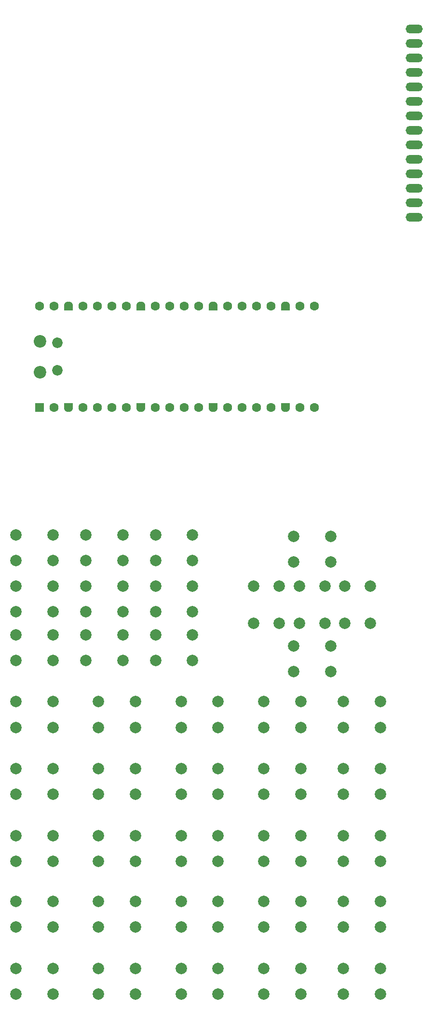
<source format=gbs>
G04 #@! TF.GenerationSoftware,KiCad,Pcbnew,9.0.3-9.0.3-0~ubuntu24.04.1*
G04 #@! TF.CreationDate,2025-09-17T21:15:32+02:00*
G04 #@! TF.ProjectId,PCB_ SEPARATED,5043425f-2053-4455-9041-52415445442e,rev?*
G04 #@! TF.SameCoordinates,Original*
G04 #@! TF.FileFunction,Soldermask,Bot*
G04 #@! TF.FilePolarity,Negative*
%FSLAX46Y46*%
G04 Gerber Fmt 4.6, Leading zero omitted, Abs format (unit mm)*
G04 Created by KiCad (PCBNEW 9.0.3-9.0.3-0~ubuntu24.04.1) date 2025-09-17 21:15:32*
%MOMM*%
%LPD*%
G01*
G04 APERTURE LIST*
G04 Aperture macros list*
%AMRoundRect*
0 Rectangle with rounded corners*
0 $1 Rounding radius*
0 $2 $3 $4 $5 $6 $7 $8 $9 X,Y pos of 4 corners*
0 Add a 4 corners polygon primitive as box body*
4,1,4,$2,$3,$4,$5,$6,$7,$8,$9,$2,$3,0*
0 Add four circle primitives for the rounded corners*
1,1,$1+$1,$2,$3*
1,1,$1+$1,$4,$5*
1,1,$1+$1,$6,$7*
1,1,$1+$1,$8,$9*
0 Add four rect primitives between the rounded corners*
20,1,$1+$1,$2,$3,$4,$5,0*
20,1,$1+$1,$4,$5,$6,$7,0*
20,1,$1+$1,$6,$7,$8,$9,0*
20,1,$1+$1,$8,$9,$2,$3,0*%
%AMFreePoly0*
4,1,37,0.603843,0.796157,0.639018,0.796157,0.711114,0.766294,0.766294,0.711114,0.796157,0.639018,0.796157,0.603843,0.800000,0.600000,0.800000,-0.600000,0.796157,-0.603843,0.796157,-0.639018,0.766294,-0.711114,0.711114,-0.766294,0.639018,-0.796157,0.603843,-0.796157,0.600000,-0.800000,0.000000,-0.800000,0.000000,-0.796148,-0.078414,-0.796148,-0.232228,-0.765552,-0.377117,-0.705537,
-0.507515,-0.618408,-0.618408,-0.507515,-0.705537,-0.377117,-0.765552,-0.232228,-0.796148,-0.078414,-0.796148,0.078414,-0.765552,0.232228,-0.705537,0.377117,-0.618408,0.507515,-0.507515,0.618408,-0.377117,0.705537,-0.232228,0.765552,-0.078414,0.796148,0.000000,0.796148,0.000000,0.800000,0.600000,0.800000,0.603843,0.796157,0.603843,0.796157,$1*%
%AMFreePoly1*
4,1,37,0.000000,0.796148,0.078414,0.796148,0.232228,0.765552,0.377117,0.705537,0.507515,0.618408,0.618408,0.507515,0.705537,0.377117,0.765552,0.232228,0.796148,0.078414,0.796148,-0.078414,0.765552,-0.232228,0.705537,-0.377117,0.618408,-0.507515,0.507515,-0.618408,0.377117,-0.705537,0.232228,-0.765552,0.078414,-0.796148,0.000000,-0.796148,0.000000,-0.800000,-0.600000,-0.800000,
-0.603843,-0.796157,-0.639018,-0.796157,-0.711114,-0.766294,-0.766294,-0.711114,-0.796157,-0.639018,-0.796157,-0.603843,-0.800000,-0.600000,-0.800000,0.600000,-0.796157,0.603843,-0.796157,0.639018,-0.766294,0.711114,-0.711114,0.766294,-0.639018,0.796157,-0.603843,0.796157,-0.600000,0.800000,0.000000,0.800000,0.000000,0.796148,0.000000,0.796148,$1*%
G04 Aperture macros list end*
%ADD10C,2.000000*%
%ADD11C,2.200000*%
%ADD12C,1.850000*%
%ADD13RoundRect,0.200000X0.600000X-0.600000X0.600000X0.600000X-0.600000X0.600000X-0.600000X-0.600000X0*%
%ADD14C,1.600000*%
%ADD15FreePoly0,90.000000*%
%ADD16FreePoly1,90.000000*%
%ADD17O,3.000000X1.500000*%
G04 APERTURE END LIST*
D10*
G04 #@! TO.C,SW39*
X114710000Y-180500000D03*
X121210000Y-180500000D03*
X114710000Y-185000000D03*
X121210000Y-185000000D03*
G04 #@! TD*
G04 #@! TO.C,SW30*
X100710000Y-169000000D03*
X107210000Y-169000000D03*
X100710000Y-173500000D03*
X107210000Y-173500000D03*
G04 #@! TD*
G04 #@! TO.C,SW4*
X57210000Y-145500000D03*
X63710000Y-145500000D03*
X57210000Y-150000000D03*
X63710000Y-150000000D03*
G04 #@! TD*
G04 #@! TO.C,SW26*
X98960000Y-131750000D03*
X98960000Y-125250000D03*
X103460000Y-131750000D03*
X103460000Y-125250000D03*
G04 #@! TD*
G04 #@! TO.C,SW25*
X105960000Y-116500000D03*
X112460000Y-116500000D03*
X105960000Y-121000000D03*
X112460000Y-121000000D03*
G04 #@! TD*
G04 #@! TO.C,SW28*
X100710000Y-145500000D03*
X107210000Y-145500000D03*
X100710000Y-150000000D03*
X107210000Y-150000000D03*
G04 #@! TD*
G04 #@! TO.C,SW11*
X69460000Y-133750000D03*
X75960000Y-133750000D03*
X69460000Y-138250000D03*
X75960000Y-138250000D03*
G04 #@! TD*
G04 #@! TO.C,SW5*
X57210000Y-157250000D03*
X63710000Y-157250000D03*
X57210000Y-161750000D03*
X63710000Y-161750000D03*
G04 #@! TD*
G04 #@! TO.C,SW15*
X71710000Y-180500000D03*
X78210000Y-180500000D03*
X71710000Y-185000000D03*
X78210000Y-185000000D03*
G04 #@! TD*
G04 #@! TO.C,SW23*
X86210000Y-180500000D03*
X92710000Y-180500000D03*
X86210000Y-185000000D03*
X92710000Y-185000000D03*
G04 #@! TD*
G04 #@! TO.C,SW8*
X57210000Y-192250000D03*
X63710000Y-192250000D03*
X57210000Y-196750000D03*
X63710000Y-196750000D03*
G04 #@! TD*
G04 #@! TO.C,SW20*
X86210000Y-145500000D03*
X92710000Y-145500000D03*
X86210000Y-150000000D03*
X92710000Y-150000000D03*
G04 #@! TD*
G04 #@! TO.C,SW18*
X81710000Y-125250000D03*
X88210000Y-125250000D03*
X81710000Y-129750000D03*
X88210000Y-129750000D03*
G04 #@! TD*
G04 #@! TO.C,SW13*
X71710000Y-157250000D03*
X78210000Y-157250000D03*
X71710000Y-161750000D03*
X78210000Y-161750000D03*
G04 #@! TD*
G04 #@! TO.C,SW21*
X86210000Y-157250000D03*
X92710000Y-157250000D03*
X86210000Y-161750000D03*
X92710000Y-161750000D03*
G04 #@! TD*
G04 #@! TO.C,SW24*
X86210000Y-192250000D03*
X92710000Y-192250000D03*
X86210000Y-196750000D03*
X92710000Y-196750000D03*
G04 #@! TD*
G04 #@! TO.C,SW32*
X100710000Y-192250000D03*
X107210000Y-192250000D03*
X100710000Y-196750000D03*
X107210000Y-196750000D03*
G04 #@! TD*
G04 #@! TO.C,SW1*
X57210000Y-116250000D03*
X63710000Y-116250000D03*
X57210000Y-120750000D03*
X63710000Y-120750000D03*
G04 #@! TD*
G04 #@! TO.C,SW31*
X100710000Y-180500000D03*
X107210000Y-180500000D03*
X100710000Y-185000000D03*
X107210000Y-185000000D03*
G04 #@! TD*
G04 #@! TO.C,SW40*
X114710000Y-192250000D03*
X121210000Y-192250000D03*
X114710000Y-196750000D03*
X121210000Y-196750000D03*
G04 #@! TD*
G04 #@! TO.C,SW9*
X69460000Y-116250000D03*
X75960000Y-116250000D03*
X69460000Y-120750000D03*
X75960000Y-120750000D03*
G04 #@! TD*
G04 #@! TO.C,SW34*
X111460000Y-125250000D03*
X111460000Y-131750000D03*
X106960000Y-125250000D03*
X106960000Y-131750000D03*
G04 #@! TD*
D11*
G04 #@! TO.C,A1*
X61460000Y-87725000D03*
D12*
X64490000Y-87425000D03*
X64490000Y-82575000D03*
D11*
X61460000Y-82275000D03*
D13*
X61330000Y-93890000D03*
D14*
X63870000Y-93890000D03*
D15*
X66410000Y-93890000D03*
D14*
X68950000Y-93890000D03*
X71490000Y-93890000D03*
X74030000Y-93890000D03*
X76570000Y-93890000D03*
D15*
X79110000Y-93890000D03*
D14*
X81650000Y-93890000D03*
X84190000Y-93890000D03*
X86730000Y-93890000D03*
X89270000Y-93890000D03*
D15*
X91810000Y-93890000D03*
D14*
X94350000Y-93890000D03*
X96890000Y-93890000D03*
X99430000Y-93890000D03*
X101970000Y-93890000D03*
D15*
X104510000Y-93890000D03*
D14*
X107050000Y-93890000D03*
X109590000Y-93890000D03*
X109590000Y-76110000D03*
X107050000Y-76110000D03*
D16*
X104510000Y-76110000D03*
D14*
X101970000Y-76110000D03*
X99430000Y-76110000D03*
X96890000Y-76110000D03*
X94350000Y-76110000D03*
D16*
X91810000Y-76110000D03*
D14*
X89270000Y-76110000D03*
X86730000Y-76110000D03*
X84190000Y-76110000D03*
X81650000Y-76110000D03*
D16*
X79110000Y-76110000D03*
D14*
X76570000Y-76110000D03*
X74030000Y-76110000D03*
X71490000Y-76110000D03*
X68950000Y-76110000D03*
D16*
X66410000Y-76110000D03*
D14*
X63870000Y-76110000D03*
X61330000Y-76110000D03*
G04 #@! TD*
D10*
G04 #@! TO.C,SW27*
X105960000Y-135750000D03*
X112460000Y-135750000D03*
X105960000Y-140250000D03*
X112460000Y-140250000D03*
G04 #@! TD*
D17*
G04 #@! TO.C,U5*
X127100000Y-60510000D03*
X127100000Y-57970000D03*
X127100000Y-55430000D03*
X127100000Y-52890000D03*
X127100000Y-50350000D03*
X127100000Y-47810000D03*
X127100000Y-45270000D03*
X127100000Y-42730000D03*
X127100000Y-40190000D03*
X127100000Y-37650000D03*
X127100000Y-35110000D03*
X127100000Y-32570000D03*
X127100000Y-30030000D03*
X127100000Y-27490000D03*
G04 #@! TD*
D10*
G04 #@! TO.C,SW16*
X71710000Y-192250000D03*
X78210000Y-192250000D03*
X71710000Y-196750000D03*
X78210000Y-196750000D03*
G04 #@! TD*
G04 #@! TO.C,SW17*
X81710000Y-116250000D03*
X88210000Y-116250000D03*
X81710000Y-120750000D03*
X88210000Y-120750000D03*
G04 #@! TD*
G04 #@! TO.C,SW38*
X114710000Y-169000000D03*
X121210000Y-169000000D03*
X114710000Y-173500000D03*
X121210000Y-173500000D03*
G04 #@! TD*
G04 #@! TO.C,SW19*
X81710000Y-133750000D03*
X88210000Y-133750000D03*
X81710000Y-138250000D03*
X88210000Y-138250000D03*
G04 #@! TD*
G04 #@! TO.C,SW36*
X114710000Y-145500000D03*
X121210000Y-145500000D03*
X114710000Y-150000000D03*
X121210000Y-150000000D03*
G04 #@! TD*
G04 #@! TO.C,SW14*
X71710000Y-169000000D03*
X78210000Y-169000000D03*
X71710000Y-173500000D03*
X78210000Y-173500000D03*
G04 #@! TD*
G04 #@! TO.C,SW2*
X57210000Y-125250000D03*
X63710000Y-125250000D03*
X57210000Y-129750000D03*
X63710000Y-129750000D03*
G04 #@! TD*
G04 #@! TO.C,SW22*
X86210000Y-169000000D03*
X92710000Y-169000000D03*
X86210000Y-173500000D03*
X92710000Y-173500000D03*
G04 #@! TD*
G04 #@! TO.C,SW12*
X71710000Y-145500000D03*
X78210000Y-145500000D03*
X71710000Y-150000000D03*
X78210000Y-150000000D03*
G04 #@! TD*
G04 #@! TO.C,SW3*
X57210000Y-133750000D03*
X63710000Y-133750000D03*
X57210000Y-138250000D03*
X63710000Y-138250000D03*
G04 #@! TD*
G04 #@! TO.C,SW7*
X57210000Y-180500000D03*
X63710000Y-180500000D03*
X57210000Y-185000000D03*
X63710000Y-185000000D03*
G04 #@! TD*
G04 #@! TO.C,SW29*
X100710000Y-157250000D03*
X107210000Y-157250000D03*
X100710000Y-161750000D03*
X107210000Y-161750000D03*
G04 #@! TD*
G04 #@! TO.C,SW6*
X57210000Y-169000000D03*
X63710000Y-169000000D03*
X57210000Y-173500000D03*
X63710000Y-173500000D03*
G04 #@! TD*
G04 #@! TO.C,SW35*
X114960000Y-131750000D03*
X114960000Y-125250000D03*
X119460000Y-131750000D03*
X119460000Y-125250000D03*
G04 #@! TD*
G04 #@! TO.C,SW10*
X69460000Y-125250000D03*
X75960000Y-125250000D03*
X69460000Y-129750000D03*
X75960000Y-129750000D03*
G04 #@! TD*
G04 #@! TO.C,SW37*
X114710000Y-157250000D03*
X121210000Y-157250000D03*
X114710000Y-161750000D03*
X121210000Y-161750000D03*
G04 #@! TD*
M02*

</source>
